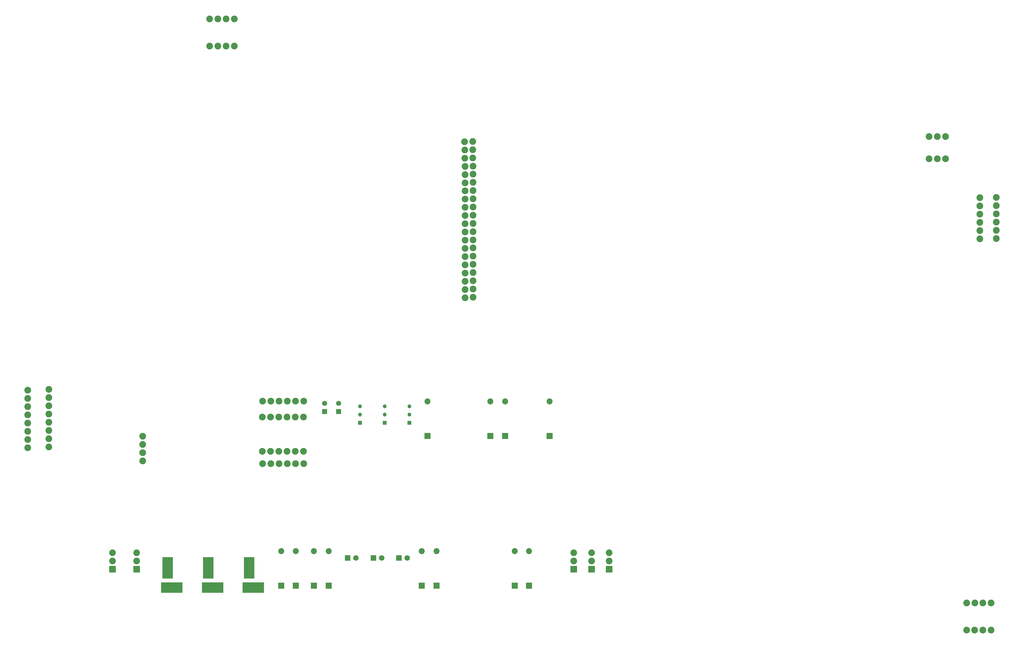
<source format=gbs>
G04*
G04 #@! TF.GenerationSoftware,Altium Limited,Altium Designer,21.2.2 (38)*
G04*
G04 Layer_Color=16711935*
%FSLAX43Y43*%
%MOMM*%
G71*
G04*
G04 #@! TF.SameCoordinates,F6177738-A101-420F-8975-3F4184574452*
G04*
G04*
G04 #@! TF.FilePolarity,Negative*
G04*
G01*
G75*
%ADD20R,2.053X2.053*%
%ADD21C,2.083*%
%ADD22C,2.053*%
%ADD23R,1.853X1.853*%
%ADD24C,1.853*%
%ADD25C,1.711*%
%ADD26R,1.711X1.711*%
%ADD27R,3.203X6.703*%
%ADD28R,6.703X3.203*%
%ADD29C,2.083*%
%ADD30C,1.200*%
%ADD31R,1.200X1.200*%
%ADD32C,1.570*%
%ADD33R,1.570X1.570*%
D20*
X198831Y27686D02*
D03*
X193370D02*
D03*
X187909D02*
D03*
X53035D02*
D03*
X45542D02*
D03*
D21*
X198831Y30226D02*
D03*
X193370D02*
D03*
X187909D02*
D03*
X53035D02*
D03*
X45542D02*
D03*
D22*
X198831Y32766D02*
D03*
X193370D02*
D03*
X187909D02*
D03*
X53035D02*
D03*
X45542D02*
D03*
D23*
X174117Y22640D02*
D03*
X169672D02*
D03*
X145542D02*
D03*
X140970D02*
D03*
X112268D02*
D03*
X107696D02*
D03*
X102108D02*
D03*
X97663D02*
D03*
X142748Y68868D02*
D03*
X162179D02*
D03*
X166751D02*
D03*
X180467D02*
D03*
D24*
X174117Y33240D02*
D03*
X169672D02*
D03*
X145542D02*
D03*
X140970D02*
D03*
X112268D02*
D03*
X107696D02*
D03*
X102108D02*
D03*
X97663D02*
D03*
X142748Y79468D02*
D03*
X162179D02*
D03*
X166751D02*
D03*
X180467D02*
D03*
D25*
X136525Y31115D02*
D03*
X128651D02*
D03*
X120650D02*
D03*
D26*
X133985D02*
D03*
X126111D02*
D03*
X118110D02*
D03*
D27*
X87706Y28092D02*
D03*
X75133D02*
D03*
X62560D02*
D03*
D28*
X89052Y21971D02*
D03*
X76479D02*
D03*
X63906D02*
D03*
D29*
X156820Y121806D02*
D03*
Y119276D02*
D03*
Y116745D02*
D03*
Y114214D02*
D03*
Y111684D02*
D03*
Y129398D02*
D03*
Y126868D02*
D03*
Y124337D02*
D03*
Y144582D02*
D03*
Y142052D02*
D03*
Y139521D02*
D03*
Y136990D02*
D03*
Y134460D02*
D03*
Y131929D02*
D03*
Y152174D02*
D03*
Y149643D02*
D03*
Y147113D02*
D03*
X156718Y157235D02*
D03*
Y154705D02*
D03*
X154356Y121670D02*
D03*
Y119135D02*
D03*
Y116601D02*
D03*
Y114066D02*
D03*
Y111531D02*
D03*
X156718Y159766D02*
D03*
X154356Y129273D02*
D03*
Y126739D02*
D03*
Y124204D02*
D03*
Y144481D02*
D03*
Y141946D02*
D03*
Y139412D02*
D03*
Y136877D02*
D03*
Y134343D02*
D03*
Y131808D02*
D03*
Y152085D02*
D03*
Y149550D02*
D03*
Y147015D02*
D03*
X154280Y157154D02*
D03*
Y154619D02*
D03*
X154237Y159688D02*
D03*
X311642Y8855D02*
D03*
X309111D02*
D03*
X314173D02*
D03*
X314179Y17272D02*
D03*
X309118D02*
D03*
X311649D02*
D03*
X316703Y8855D02*
D03*
X316710Y17272D02*
D03*
X80620Y189195D02*
D03*
X75558D02*
D03*
X78089D02*
D03*
X83150D02*
D03*
X75565Y197612D02*
D03*
X78096D02*
D03*
X80626D02*
D03*
X83157D02*
D03*
X297561Y161290D02*
D03*
X300101D02*
D03*
X302641D02*
D03*
X297561Y154432D02*
D03*
X300101D02*
D03*
X302641D02*
D03*
X318262Y142494D02*
D03*
Y139954D02*
D03*
Y137414D02*
D03*
Y134874D02*
D03*
Y132334D02*
D03*
Y129794D02*
D03*
X313182Y142367D02*
D03*
Y139827D02*
D03*
Y137287D02*
D03*
Y134747D02*
D03*
Y132207D02*
D03*
Y129667D02*
D03*
X104521Y64110D02*
D03*
X101981D02*
D03*
X99441D02*
D03*
X96901D02*
D03*
X94361D02*
D03*
X91821D02*
D03*
X104546Y74676D02*
D03*
X102006D02*
D03*
X99466D02*
D03*
X96926D02*
D03*
X94386D02*
D03*
X91846D02*
D03*
X104623Y79578D02*
D03*
X102083D02*
D03*
X99543D02*
D03*
X97003D02*
D03*
X94463D02*
D03*
X91923D02*
D03*
X104558Y60264D02*
D03*
X102018D02*
D03*
X99478D02*
D03*
X96938D02*
D03*
X94398D02*
D03*
X91858D02*
D03*
X25908Y78105D02*
D03*
Y75565D02*
D03*
Y73025D02*
D03*
Y70485D02*
D03*
Y67945D02*
D03*
Y65405D02*
D03*
Y83185D02*
D03*
Y80645D02*
D03*
X19431Y77876D02*
D03*
Y75336D02*
D03*
Y72796D02*
D03*
Y70256D02*
D03*
Y67716D02*
D03*
Y65176D02*
D03*
Y82956D02*
D03*
Y80416D02*
D03*
X54864Y68707D02*
D03*
Y66167D02*
D03*
Y63627D02*
D03*
Y61087D02*
D03*
D30*
X129545Y77978D02*
D03*
Y75438D02*
D03*
X121925Y77978D02*
D03*
Y75438D02*
D03*
X137165Y77978D02*
D03*
Y75438D02*
D03*
D31*
X129545Y72898D02*
D03*
X121925D02*
D03*
X137165D02*
D03*
D32*
X115316Y78867D02*
D03*
X110998D02*
D03*
D33*
X115316Y76327D02*
D03*
X110998D02*
D03*
M02*

</source>
